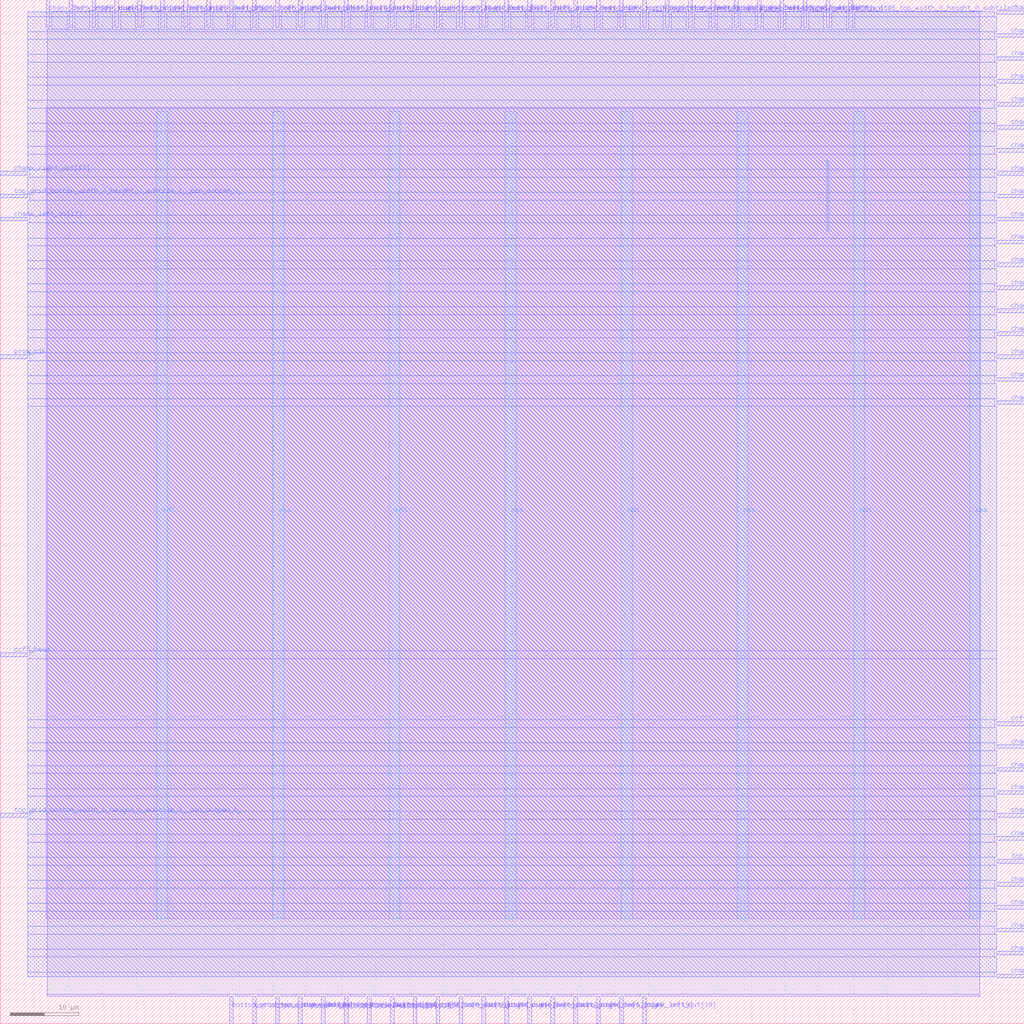
<source format=lef>
VERSION 5.7 ;
  NOWIREEXTENSIONATPIN ON ;
  DIVIDERCHAR "/" ;
  BUSBITCHARS "[]" ;
MACRO cbx_1__2_
  CLASS BLOCK ;
  FOREIGN cbx_1__2_ ;
  ORIGIN 0.000 0.000 ;
  SIZE 150.000 BY 150.000 ;
  PIN bottom_grid_top_width_0_height_0_subtile_0__pin_I_0_
    DIRECTION OUTPUT TRISTATE ;
    USE SIGNAL ;
    ANTENNADIFFAREA 0.360800 ;
    PORT
      LAYER Metal2 ;
        RECT 124.320 146.000 124.880 150.000 ;
    END
  END bottom_grid_top_width_0_height_0_subtile_0__pin_I_0_
  PIN bottom_grid_top_width_0_height_0_subtile_0__pin_I_4_
    DIRECTION OUTPUT TRISTATE ;
    USE SIGNAL ;
    ANTENNADIFFAREA 0.360800 ;
    PORT
      LAYER Metal2 ;
        RECT 33.600 0.000 34.160 4.000 ;
    END
  END bottom_grid_top_width_0_height_0_subtile_0__pin_I_4_
  PIN bottom_grid_top_width_0_height_0_subtile_0__pin_I_8_
    DIRECTION OUTPUT TRISTATE ;
    USE SIGNAL ;
    ANTENNADIFFAREA 0.360800 ;
    PORT
      LAYER Metal2 ;
        RECT 36.960 0.000 37.520 4.000 ;
    END
  END bottom_grid_top_width_0_height_0_subtile_0__pin_I_8_
  PIN ccff_head
    DIRECTION INPUT ;
    USE SIGNAL ;
    ANTENNAGATEAREA 0.741000 ;
    ANTENNADIFFAREA 0.410400 ;
    PORT
      LAYER Metal3 ;
        RECT 0.000 53.760 4.000 54.320 ;
    END
  END ccff_head
  PIN ccff_tail
    DIRECTION OUTPUT TRISTATE ;
    USE SIGNAL ;
    ANTENNADIFFAREA 2.080400 ;
    PORT
      LAYER Metal3 ;
        RECT 146.000 43.680 150.000 44.240 ;
    END
  END ccff_tail
  PIN chanx_left_in[0]
    DIRECTION INPUT ;
    USE SIGNAL ;
    ANTENNAGATEAREA 0.741000 ;
    ANTENNADIFFAREA 0.410400 ;
    PORT
      LAYER Metal2 ;
        RECT 6.720 146.000 7.280 150.000 ;
    END
  END chanx_left_in[0]
  PIN chanx_left_in[10]
    DIRECTION INPUT ;
    USE SIGNAL ;
    ANTENNAGATEAREA 0.741000 ;
    ANTENNADIFFAREA 0.410400 ;
    PORT
      LAYER Metal2 ;
        RECT 53.760 0.000 54.320 4.000 ;
    END
  END chanx_left_in[10]
  PIN chanx_left_in[11]
    DIRECTION INPUT ;
    USE SIGNAL ;
    ANTENNAGATEAREA 0.741000 ;
    ANTENNADIFFAREA 0.410400 ;
    PORT
      LAYER Metal3 ;
        RECT 146.000 104.160 150.000 104.720 ;
    END
  END chanx_left_in[11]
  PIN chanx_left_in[12]
    DIRECTION INPUT ;
    USE SIGNAL ;
    ANTENNAGATEAREA 0.741000 ;
    ANTENNADIFFAREA 0.410400 ;
    PORT
      LAYER Metal2 ;
        RECT 120.960 146.000 121.520 150.000 ;
    END
  END chanx_left_in[12]
  PIN chanx_left_in[13]
    DIRECTION INPUT ;
    USE SIGNAL ;
    ANTENNAGATEAREA 0.741000 ;
    ANTENNADIFFAREA 0.410400 ;
    PORT
      LAYER Metal2 ;
        RECT 43.680 146.000 44.240 150.000 ;
    END
  END chanx_left_in[13]
  PIN chanx_left_in[14]
    DIRECTION INPUT ;
    USE SIGNAL ;
    ANTENNAGATEAREA 0.741000 ;
    ANTENNADIFFAREA 0.410400 ;
    PORT
      LAYER Metal2 ;
        RECT 16.800 146.000 17.360 150.000 ;
    END
  END chanx_left_in[14]
  PIN chanx_left_in[15]
    DIRECTION INPUT ;
    USE SIGNAL ;
    ANTENNAGATEAREA 0.741000 ;
    ANTENNADIFFAREA 0.410400 ;
    PORT
      LAYER Metal2 ;
        RECT 77.280 146.000 77.840 150.000 ;
    END
  END chanx_left_in[15]
  PIN chanx_left_in[16]
    DIRECTION INPUT ;
    USE SIGNAL ;
    ANTENNAGATEAREA 0.741000 ;
    ANTENNADIFFAREA 0.410400 ;
    PORT
      LAYER Metal3 ;
        RECT 146.000 147.840 150.000 148.400 ;
    END
  END chanx_left_in[16]
  PIN chanx_left_in[17]
    DIRECTION INPUT ;
    USE SIGNAL ;
    ANTENNAGATEAREA 0.741000 ;
    ANTENNADIFFAREA 0.410400 ;
    PORT
      LAYER Metal3 ;
        RECT 0.000 117.600 4.000 118.160 ;
    END
  END chanx_left_in[17]
  PIN chanx_left_in[18]
    DIRECTION INPUT ;
    USE SIGNAL ;
    ANTENNAGATEAREA 0.741000 ;
    ANTENNADIFFAREA 0.410400 ;
    PORT
      LAYER Metal2 ;
        RECT 117.600 146.000 118.160 150.000 ;
    END
  END chanx_left_in[18]
  PIN chanx_left_in[19]
    DIRECTION INPUT ;
    USE SIGNAL ;
    ANTENNAGATEAREA 0.741000 ;
    ANTENNADIFFAREA 0.410400 ;
    PORT
      LAYER Metal2 ;
        RECT 36.960 146.000 37.520 150.000 ;
    END
  END chanx_left_in[19]
  PIN chanx_left_in[1]
    DIRECTION INPUT ;
    USE SIGNAL ;
    ANTENNAGATEAREA 0.741000 ;
    ANTENNADIFFAREA 0.410400 ;
    PORT
      LAYER Metal2 ;
        RECT 30.240 146.000 30.800 150.000 ;
    END
  END chanx_left_in[1]
  PIN chanx_left_in[2]
    DIRECTION INPUT ;
    USE SIGNAL ;
    ANTENNAGATEAREA 0.741000 ;
    ANTENNADIFFAREA 0.410400 ;
    PORT
      LAYER Metal2 ;
        RECT 23.520 146.000 24.080 150.000 ;
    END
  END chanx_left_in[2]
  PIN chanx_left_in[3]
    DIRECTION INPUT ;
    USE SIGNAL ;
    ANTENNAGATEAREA 0.741000 ;
    ANTENNADIFFAREA 0.410400 ;
    PORT
      LAYER Metal2 ;
        RECT 73.920 146.000 74.480 150.000 ;
    END
  END chanx_left_in[3]
  PIN chanx_left_in[4]
    DIRECTION INPUT ;
    USE SIGNAL ;
    ANTENNAGATEAREA 0.741000 ;
    ANTENNADIFFAREA 0.410400 ;
    PORT
      LAYER Metal2 ;
        RECT 87.360 0.000 87.920 4.000 ;
    END
  END chanx_left_in[4]
  PIN chanx_left_in[5]
    DIRECTION INPUT ;
    USE SIGNAL ;
    ANTENNAGATEAREA 0.741000 ;
    ANTENNADIFFAREA 0.410400 ;
    PORT
      LAYER Metal3 ;
        RECT 146.000 107.520 150.000 108.080 ;
    END
  END chanx_left_in[5]
  PIN chanx_left_in[6]
    DIRECTION INPUT ;
    USE SIGNAL ;
    ANTENNAGATEAREA 0.741000 ;
    ANTENNADIFFAREA 0.410400 ;
    PORT
      LAYER Metal3 ;
        RECT 146.000 6.720 150.000 7.280 ;
    END
  END chanx_left_in[6]
  PIN chanx_left_in[7]
    DIRECTION INPUT ;
    USE SIGNAL ;
    ANTENNAGATEAREA 0.741000 ;
    ANTENNADIFFAREA 0.410400 ;
    PORT
      LAYER Metal2 ;
        RECT 70.560 146.000 71.120 150.000 ;
    END
  END chanx_left_in[7]
  PIN chanx_left_in[8]
    DIRECTION INPUT ;
    USE SIGNAL ;
    ANTENNAGATEAREA 0.741000 ;
    ANTENNADIFFAREA 0.410400 ;
    PORT
      LAYER Metal3 ;
        RECT 146.000 141.120 150.000 141.680 ;
    END
  END chanx_left_in[8]
  PIN chanx_left_in[9]
    DIRECTION INPUT ;
    USE SIGNAL ;
    ANTENNAGATEAREA 0.741000 ;
    ANTENNADIFFAREA 0.410400 ;
    PORT
      LAYER Metal2 ;
        RECT 84.000 146.000 84.560 150.000 ;
    END
  END chanx_left_in[9]
  PIN chanx_left_out[0]
    DIRECTION OUTPUT TRISTATE ;
    USE SIGNAL ;
    ANTENNADIFFAREA 2.080400 ;
    PORT
      LAYER Metal2 ;
        RECT 80.640 0.000 81.200 4.000 ;
    END
  END chanx_left_out[0]
  PIN chanx_left_out[10]
    DIRECTION OUTPUT TRISTATE ;
    USE SIGNAL ;
    ANTENNADIFFAREA 1.986000 ;
    PORT
      LAYER Metal3 ;
        RECT 146.000 110.880 150.000 111.440 ;
    END
  END chanx_left_out[10]
  PIN chanx_left_out[11]
    DIRECTION OUTPUT TRISTATE ;
    USE SIGNAL ;
    ANTENNADIFFAREA 2.080400 ;
    PORT
      LAYER Metal2 ;
        RECT 43.680 0.000 44.240 4.000 ;
    END
  END chanx_left_out[11]
  PIN chanx_left_out[12]
    DIRECTION OUTPUT TRISTATE ;
    USE SIGNAL ;
    ANTENNADIFFAREA 2.080400 ;
    PORT
      LAYER Metal2 ;
        RECT 100.800 146.000 101.360 150.000 ;
    END
  END chanx_left_out[12]
  PIN chanx_left_out[13]
    DIRECTION OUTPUT TRISTATE ;
    USE SIGNAL ;
    ANTENNADIFFAREA 2.080400 ;
    PORT
      LAYER Metal3 ;
        RECT 146.000 36.960 150.000 37.520 ;
    END
  END chanx_left_out[13]
  PIN chanx_left_out[14]
    DIRECTION OUTPUT TRISTATE ;
    USE SIGNAL ;
    ANTENNADIFFAREA 2.080400 ;
    PORT
      LAYER Metal3 ;
        RECT 146.000 134.400 150.000 134.960 ;
    END
  END chanx_left_out[14]
  PIN chanx_left_out[15]
    DIRECTION OUTPUT TRISTATE ;
    USE SIGNAL ;
    ANTENNADIFFAREA 2.080400 ;
    PORT
      LAYER Metal2 ;
        RECT 63.840 0.000 64.400 4.000 ;
    END
  END chanx_left_out[15]
  PIN chanx_left_out[16]
    DIRECTION OUTPUT TRISTATE ;
    USE SIGNAL ;
    ANTENNADIFFAREA 1.986000 ;
    PORT
      LAYER Metal2 ;
        RECT 53.760 146.000 54.320 150.000 ;
    END
  END chanx_left_out[16]
  PIN chanx_left_out[17]
    DIRECTION OUTPUT TRISTATE ;
    USE SIGNAL ;
    ANTENNADIFFAREA 2.080400 ;
    PORT
      LAYER Metal2 ;
        RECT 77.280 0.000 77.840 4.000 ;
    END
  END chanx_left_out[17]
  PIN chanx_left_out[18]
    DIRECTION OUTPUT TRISTATE ;
    USE SIGNAL ;
    ANTENNADIFFAREA 2.080400 ;
    PORT
      LAYER Metal3 ;
        RECT 146.000 30.240 150.000 30.800 ;
    END
  END chanx_left_out[18]
  PIN chanx_left_out[19]
    DIRECTION OUTPUT TRISTATE ;
    USE SIGNAL ;
    ANTENNADIFFAREA 2.080400 ;
    PORT
      LAYER Metal2 ;
        RECT 94.080 0.000 94.640 4.000 ;
    END
  END chanx_left_out[19]
  PIN chanx_left_out[1]
    DIRECTION OUTPUT TRISTATE ;
    USE SIGNAL ;
    ANTENNADIFFAREA 2.080400 ;
    PORT
      LAYER Metal3 ;
        RECT 146.000 33.600 150.000 34.160 ;
    END
  END chanx_left_out[1]
  PIN chanx_left_out[2]
    DIRECTION OUTPUT TRISTATE ;
    USE SIGNAL ;
    ANTENNADIFFAREA 2.080400 ;
    PORT
      LAYER Metal3 ;
        RECT 146.000 40.320 150.000 40.880 ;
    END
  END chanx_left_out[2]
  PIN chanx_left_out[3]
    DIRECTION OUTPUT TRISTATE ;
    USE SIGNAL ;
    ANTENNADIFFAREA 1.986000 ;
    PORT
      LAYER Metal3 ;
        RECT 146.000 120.960 150.000 121.520 ;
    END
  END chanx_left_out[3]
  PIN chanx_left_out[4]
    DIRECTION OUTPUT TRISTATE ;
    USE SIGNAL ;
    ANTENNADIFFAREA 2.080400 ;
    PORT
      LAYER Metal2 ;
        RECT 110.880 146.000 111.440 150.000 ;
    END
  END chanx_left_out[4]
  PIN chanx_left_out[5]
    DIRECTION OUTPUT TRISTATE ;
    USE SIGNAL ;
    ANTENNADIFFAREA 2.080400 ;
    PORT
      LAYER Metal2 ;
        RECT 50.400 146.000 50.960 150.000 ;
    END
  END chanx_left_out[5]
  PIN chanx_left_out[6]
    DIRECTION OUTPUT TRISTATE ;
    USE SIGNAL ;
    ANTENNADIFFAREA 1.986000 ;
    PORT
      LAYER Metal3 ;
        RECT 146.000 100.800 150.000 101.360 ;
    END
  END chanx_left_out[6]
  PIN chanx_left_out[7]
    DIRECTION OUTPUT TRISTATE ;
    USE SIGNAL ;
    ANTENNADIFFAREA 2.080400 ;
    PORT
      LAYER Metal3 ;
        RECT 146.000 144.480 150.000 145.040 ;
    END
  END chanx_left_out[7]
  PIN chanx_left_out[8]
    DIRECTION OUTPUT TRISTATE ;
    USE SIGNAL ;
    ANTENNADIFFAREA 2.080400 ;
    PORT
      LAYER Metal2 ;
        RECT 67.200 0.000 67.760 4.000 ;
    END
  END chanx_left_out[8]
  PIN chanx_left_out[9]
    DIRECTION OUTPUT TRISTATE ;
    USE SIGNAL ;
    ANTENNADIFFAREA 2.080400 ;
    PORT
      LAYER Metal2 ;
        RECT 47.040 146.000 47.600 150.000 ;
    END
  END chanx_left_out[9]
  PIN chanx_right_in[0]
    DIRECTION INPUT ;
    USE SIGNAL ;
    ANTENNAGATEAREA 0.741000 ;
    ANTENNADIFFAREA 0.410400 ;
    PORT
      LAYER Metal2 ;
        RECT 73.920 0.000 74.480 4.000 ;
    END
  END chanx_right_in[0]
  PIN chanx_right_in[10]
    DIRECTION INPUT ;
    USE SIGNAL ;
    ANTENNAGATEAREA 0.741000 ;
    ANTENNADIFFAREA 0.410400 ;
    PORT
      LAYER Metal3 ;
        RECT 146.000 114.240 150.000 114.800 ;
    END
  END chanx_right_in[10]
  PIN chanx_right_in[11]
    DIRECTION INPUT ;
    USE SIGNAL ;
    ANTENNAGATEAREA 0.741000 ;
    ANTENNADIFFAREA 0.410400 ;
    PORT
      LAYER Metal2 ;
        RECT 50.400 0.000 50.960 4.000 ;
    END
  END chanx_right_in[11]
  PIN chanx_right_in[12]
    DIRECTION INPUT ;
    USE SIGNAL ;
    ANTENNAGATEAREA 0.741000 ;
    ANTENNADIFFAREA 0.410400 ;
    PORT
      LAYER Metal2 ;
        RECT 97.440 146.000 98.000 150.000 ;
    END
  END chanx_right_in[12]
  PIN chanx_right_in[13]
    DIRECTION INPUT ;
    USE SIGNAL ;
    ANTENNAGATEAREA 0.741000 ;
    ANTENNADIFFAREA 0.410400 ;
    PORT
      LAYER Metal3 ;
        RECT 146.000 20.160 150.000 20.720 ;
    END
  END chanx_right_in[13]
  PIN chanx_right_in[14]
    DIRECTION INPUT ;
    USE SIGNAL ;
    ANTENNAGATEAREA 0.741000 ;
    ANTENNADIFFAREA 0.410400 ;
    PORT
      LAYER Metal3 ;
        RECT 146.000 97.440 150.000 98.000 ;
    END
  END chanx_right_in[14]
  PIN chanx_right_in[15]
    DIRECTION INPUT ;
    USE SIGNAL ;
    ANTENNAGATEAREA 0.741000 ;
    ANTENNADIFFAREA 0.410400 ;
    PORT
      LAYER Metal2 ;
        RECT 57.120 0.000 57.680 4.000 ;
    END
  END chanx_right_in[15]
  PIN chanx_right_in[16]
    DIRECTION INPUT ;
    USE SIGNAL ;
    ANTENNAGATEAREA 0.741000 ;
    ANTENNADIFFAREA 0.410400 ;
    PORT
      LAYER Metal2 ;
        RECT 20.160 146.000 20.720 150.000 ;
    END
  END chanx_right_in[16]
  PIN chanx_right_in[17]
    DIRECTION INPUT ;
    USE SIGNAL ;
    ANTENNAGATEAREA 0.741000 ;
    ANTENNADIFFAREA 0.410400 ;
    PORT
      LAYER Metal2 ;
        RECT 84.000 0.000 84.560 4.000 ;
    END
  END chanx_right_in[17]
  PIN chanx_right_in[18]
    DIRECTION INPUT ;
    USE SIGNAL ;
    ANTENNAGATEAREA 0.741000 ;
    ANTENNADIFFAREA 0.410400 ;
    PORT
      LAYER Metal3 ;
        RECT 146.000 16.800 150.000 17.360 ;
    END
  END chanx_right_in[18]
  PIN chanx_right_in[19]
    DIRECTION INPUT ;
    USE SIGNAL ;
    ANTENNAGATEAREA 0.741000 ;
    ANTENNADIFFAREA 0.410400 ;
    PORT
      LAYER Metal2 ;
        RECT 90.720 0.000 91.280 4.000 ;
    END
  END chanx_right_in[19]
  PIN chanx_right_in[1]
    DIRECTION INPUT ;
    USE SIGNAL ;
    ANTENNAGATEAREA 0.741000 ;
    ANTENNADIFFAREA 0.410400 ;
    PORT
      LAYER Metal3 ;
        RECT 146.000 13.440 150.000 14.000 ;
    END
  END chanx_right_in[1]
  PIN chanx_right_in[2]
    DIRECTION INPUT ;
    USE SIGNAL ;
    ANTENNAGATEAREA 0.741000 ;
    ANTENNADIFFAREA 0.410400 ;
    PORT
      LAYER Metal3 ;
        RECT 146.000 10.080 150.000 10.640 ;
    END
  END chanx_right_in[2]
  PIN chanx_right_in[3]
    DIRECTION INPUT ;
    USE SIGNAL ;
    ANTENNAGATEAREA 0.741000 ;
    ANTENNADIFFAREA 0.410400 ;
    PORT
      LAYER Metal3 ;
        RECT 146.000 117.600 150.000 118.160 ;
    END
  END chanx_right_in[3]
  PIN chanx_right_in[4]
    DIRECTION INPUT ;
    USE SIGNAL ;
    ANTENNAGATEAREA 0.741000 ;
    ANTENNADIFFAREA 0.410400 ;
    PORT
      LAYER Metal2 ;
        RECT 104.160 146.000 104.720 150.000 ;
    END
  END chanx_right_in[4]
  PIN chanx_right_in[5]
    DIRECTION INPUT ;
    USE SIGNAL ;
    ANTENNAGATEAREA 0.741000 ;
    ANTENNADIFFAREA 0.410400 ;
    PORT
      LAYER Metal2 ;
        RECT 33.600 146.000 34.160 150.000 ;
    END
  END chanx_right_in[5]
  PIN chanx_right_in[6]
    DIRECTION INPUT ;
    USE SIGNAL ;
    ANTENNAGATEAREA 0.741000 ;
    ANTENNADIFFAREA 0.410400 ;
    PORT
      LAYER Metal3 ;
        RECT 146.000 94.080 150.000 94.640 ;
    END
  END chanx_right_in[6]
  PIN chanx_right_in[7]
    DIRECTION INPUT ;
    USE SIGNAL ;
    ANTENNAGATEAREA 0.741000 ;
    ANTENNADIFFAREA 0.410400 ;
    PORT
      LAYER Metal3 ;
        RECT 146.000 90.720 150.000 91.280 ;
    END
  END chanx_right_in[7]
  PIN chanx_right_in[8]
    DIRECTION INPUT ;
    USE SIGNAL ;
    ANTENNAGATEAREA 0.741000 ;
    ANTENNADIFFAREA 0.410400 ;
    PORT
      LAYER Metal2 ;
        RECT 60.480 0.000 61.040 4.000 ;
    END
  END chanx_right_in[8]
  PIN chanx_right_in[9]
    DIRECTION INPUT ;
    USE SIGNAL ;
    ANTENNAGATEAREA 0.741000 ;
    ANTENNADIFFAREA 0.410400 ;
    PORT
      LAYER Metal2 ;
        RECT 13.440 146.000 14.000 150.000 ;
    END
  END chanx_right_in[9]
  PIN chanx_right_out[0]
    DIRECTION OUTPUT TRISTATE ;
    USE SIGNAL ;
    ANTENNADIFFAREA 2.080400 ;
    PORT
      LAYER Metal2 ;
        RECT 57.120 146.000 57.680 150.000 ;
    END
  END chanx_right_out[0]
  PIN chanx_right_out[10]
    DIRECTION OUTPUT TRISTATE ;
    USE SIGNAL ;
    ANTENNADIFFAREA 2.080400 ;
    PORT
      LAYER Metal2 ;
        RECT 40.320 0.000 40.880 4.000 ;
    END
  END chanx_right_out[10]
  PIN chanx_right_out[11]
    DIRECTION OUTPUT TRISTATE ;
    USE SIGNAL ;
    ANTENNADIFFAREA 2.080400 ;
    PORT
      LAYER Metal3 ;
        RECT 146.000 131.040 150.000 131.600 ;
    END
  END chanx_right_out[11]
  PIN chanx_right_out[12]
    DIRECTION OUTPUT TRISTATE ;
    USE SIGNAL ;
    ANTENNADIFFAREA 2.080400 ;
    PORT
      LAYER Metal2 ;
        RECT 107.520 146.000 108.080 150.000 ;
    END
  END chanx_right_out[12]
  PIN chanx_right_out[13]
    DIRECTION OUTPUT TRISTATE ;
    USE SIGNAL ;
    ANTENNADIFFAREA 1.986000 ;
    PORT
      LAYER Metal2 ;
        RECT 60.480 146.000 61.040 150.000 ;
    END
  END chanx_right_out[13]
  PIN chanx_right_out[14]
    DIRECTION OUTPUT TRISTATE ;
    USE SIGNAL ;
    ANTENNADIFFAREA 1.986000 ;
    PORT
      LAYER Metal2 ;
        RECT 40.320 146.000 40.880 150.000 ;
    END
  END chanx_right_out[14]
  PIN chanx_right_out[15]
    DIRECTION OUTPUT TRISTATE ;
    USE SIGNAL ;
    ANTENNADIFFAREA 2.080400 ;
    PORT
      LAYER Metal2 ;
        RECT 90.720 146.000 91.280 150.000 ;
    END
  END chanx_right_out[15]
  PIN chanx_right_out[16]
    DIRECTION OUTPUT TRISTATE ;
    USE SIGNAL ;
    ANTENNADIFFAREA 2.080400 ;
    PORT
      LAYER Metal3 ;
        RECT 146.000 124.320 150.000 124.880 ;
    END
  END chanx_right_out[16]
  PIN chanx_right_out[17]
    DIRECTION OUTPUT TRISTATE ;
    USE SIGNAL ;
    ANTENNADIFFAREA 2.080400 ;
    PORT
      LAYER Metal3 ;
        RECT 0.000 124.320 4.000 124.880 ;
    END
  END chanx_right_out[17]
  PIN chanx_right_out[18]
    DIRECTION OUTPUT TRISTATE ;
    USE SIGNAL ;
    ANTENNADIFFAREA 2.080400 ;
    PORT
      LAYER Metal2 ;
        RECT 114.240 146.000 114.800 150.000 ;
    END
  END chanx_right_out[18]
  PIN chanx_right_out[19]
    DIRECTION OUTPUT TRISTATE ;
    USE SIGNAL ;
    ANTENNADIFFAREA 1.986000 ;
    PORT
      LAYER Metal2 ;
        RECT 26.880 146.000 27.440 150.000 ;
    END
  END chanx_right_out[19]
  PIN chanx_right_out[1]
    DIRECTION OUTPUT TRISTATE ;
    USE SIGNAL ;
    ANTENNADIFFAREA 1.986000 ;
    PORT
      LAYER Metal2 ;
        RECT 10.080 146.000 10.640 150.000 ;
    END
  END chanx_right_out[1]
  PIN chanx_right_out[2]
    DIRECTION OUTPUT TRISTATE ;
    USE SIGNAL ;
    ANTENNADIFFAREA 2.080400 ;
    PORT
      LAYER Metal2 ;
        RECT 63.840 146.000 64.400 150.000 ;
    END
  END chanx_right_out[2]
  PIN chanx_right_out[3]
    DIRECTION OUTPUT TRISTATE ;
    USE SIGNAL ;
    ANTENNADIFFAREA 2.080400 ;
    PORT
      LAYER Metal2 ;
        RECT 80.640 146.000 81.200 150.000 ;
    END
  END chanx_right_out[3]
  PIN chanx_right_out[4]
    DIRECTION OUTPUT TRISTATE ;
    USE SIGNAL ;
    ANTENNADIFFAREA 2.080400 ;
    PORT
      LAYER Metal2 ;
        RECT 70.560 0.000 71.120 4.000 ;
    END
  END chanx_right_out[4]
  PIN chanx_right_out[5]
    DIRECTION OUTPUT TRISTATE ;
    USE SIGNAL ;
    ANTENNADIFFAREA 2.080400 ;
    PORT
      LAYER Metal3 ;
        RECT 146.000 137.760 150.000 138.320 ;
    END
  END chanx_right_out[5]
  PIN chanx_right_out[6]
    DIRECTION OUTPUT TRISTATE ;
    USE SIGNAL ;
    ANTENNADIFFAREA 2.080400 ;
    PORT
      LAYER Metal3 ;
        RECT 146.000 26.880 150.000 27.440 ;
    END
  END chanx_right_out[6]
  PIN chanx_right_out[7]
    DIRECTION OUTPUT TRISTATE ;
    USE SIGNAL ;
    ANTENNADIFFAREA 2.080400 ;
    PORT
      LAYER Metal2 ;
        RECT 67.200 146.000 67.760 150.000 ;
    END
  END chanx_right_out[7]
  PIN chanx_right_out[8]
    DIRECTION OUTPUT TRISTATE ;
    USE SIGNAL ;
    ANTENNADIFFAREA 1.986000 ;
    PORT
      LAYER Metal3 ;
        RECT 146.000 127.680 150.000 128.240 ;
    END
  END chanx_right_out[8]
  PIN chanx_right_out[9]
    DIRECTION OUTPUT TRISTATE ;
    USE SIGNAL ;
    ANTENNADIFFAREA 2.080400 ;
    PORT
      LAYER Metal2 ;
        RECT 87.360 146.000 87.920 150.000 ;
    END
  END chanx_right_out[9]
  PIN pReset
    DIRECTION INPUT ;
    USE SIGNAL ;
    ANTENNAGATEAREA 0.498500 ;
    ANTENNADIFFAREA 0.410400 ;
    PORT
      LAYER Metal2 ;
        RECT 47.040 0.000 47.600 4.000 ;
    END
  END pReset
  PIN prog_clk
    DIRECTION INPUT ;
    USE SIGNAL ;
    ANTENNAGATEAREA 4.738000 ;
    ANTENNADIFFAREA 0.410400 ;
    PORT
      LAYER Metal3 ;
        RECT 0.000 97.440 4.000 98.000 ;
    END
  END prog_clk
  PIN top_grid_bottom_width_0_height_0_subtile_0__pin_outpad_0_
    DIRECTION OUTPUT TRISTATE ;
    USE SIGNAL ;
    ANTENNADIFFAREA 0.360800 ;
    PORT
      LAYER Metal3 ;
        RECT 146.000 23.520 150.000 24.080 ;
    END
  END top_grid_bottom_width_0_height_0_subtile_0__pin_outpad_0_
  PIN top_grid_bottom_width_0_height_0_subtile_1__pin_outpad_0_
    DIRECTION OUTPUT TRISTATE ;
    USE SIGNAL ;
    ANTENNADIFFAREA 0.360800 ;
    PORT
      LAYER Metal3 ;
        RECT 0.000 120.960 4.000 121.520 ;
    END
  END top_grid_bottom_width_0_height_0_subtile_1__pin_outpad_0_
  PIN top_grid_bottom_width_0_height_0_subtile_2__pin_outpad_0_
    DIRECTION OUTPUT TRISTATE ;
    USE SIGNAL ;
    ANTENNADIFFAREA 0.360800 ;
    PORT
      LAYER Metal2 ;
        RECT 94.080 146.000 94.640 150.000 ;
    END
  END top_grid_bottom_width_0_height_0_subtile_2__pin_outpad_0_
  PIN top_grid_bottom_width_0_height_0_subtile_3__pin_outpad_0_
    DIRECTION OUTPUT TRISTATE ;
    USE SIGNAL ;
    ANTENNADIFFAREA 0.360800 ;
    PORT
      LAYER Metal3 ;
        RECT 0.000 30.240 4.000 30.800 ;
    END
  END top_grid_bottom_width_0_height_0_subtile_3__pin_outpad_0_
  PIN vdd
    DIRECTION INOUT ;
    USE POWER ;
    PORT
      LAYER Metal4 ;
        RECT 22.930 15.380 24.530 133.580 ;
    END
    PORT
      LAYER Metal4 ;
        RECT 56.950 15.380 58.550 133.580 ;
    END
    PORT
      LAYER Metal4 ;
        RECT 90.970 15.380 92.570 133.580 ;
    END
    PORT
      LAYER Metal4 ;
        RECT 124.990 15.380 126.590 133.580 ;
    END
  END vdd
  PIN vss
    DIRECTION INOUT ;
    USE GROUND ;
    PORT
      LAYER Metal4 ;
        RECT 39.940 15.380 41.540 133.580 ;
    END
    PORT
      LAYER Metal4 ;
        RECT 73.960 15.380 75.560 133.580 ;
    END
    PORT
      LAYER Metal4 ;
        RECT 107.980 15.380 109.580 133.580 ;
    END
    PORT
      LAYER Metal4 ;
        RECT 142.000 15.380 143.600 133.580 ;
    END
  END vss
  OBS
      LAYER Metal1 ;
        RECT 6.720 15.380 143.600 134.250 ;
      LAYER Metal2 ;
        RECT 7.580 145.700 9.780 148.310 ;
        RECT 10.940 145.700 13.140 148.310 ;
        RECT 14.300 145.700 16.500 148.310 ;
        RECT 17.660 145.700 19.860 148.310 ;
        RECT 21.020 145.700 23.220 148.310 ;
        RECT 24.380 145.700 26.580 148.310 ;
        RECT 27.740 145.700 29.940 148.310 ;
        RECT 31.100 145.700 33.300 148.310 ;
        RECT 34.460 145.700 36.660 148.310 ;
        RECT 37.820 145.700 40.020 148.310 ;
        RECT 41.180 145.700 43.380 148.310 ;
        RECT 44.540 145.700 46.740 148.310 ;
        RECT 47.900 145.700 50.100 148.310 ;
        RECT 51.260 145.700 53.460 148.310 ;
        RECT 54.620 145.700 56.820 148.310 ;
        RECT 57.980 145.700 60.180 148.310 ;
        RECT 61.340 145.700 63.540 148.310 ;
        RECT 64.700 145.700 66.900 148.310 ;
        RECT 68.060 145.700 70.260 148.310 ;
        RECT 71.420 145.700 73.620 148.310 ;
        RECT 74.780 145.700 76.980 148.310 ;
        RECT 78.140 145.700 80.340 148.310 ;
        RECT 81.500 145.700 83.700 148.310 ;
        RECT 84.860 145.700 87.060 148.310 ;
        RECT 88.220 145.700 90.420 148.310 ;
        RECT 91.580 145.700 93.780 148.310 ;
        RECT 94.940 145.700 97.140 148.310 ;
        RECT 98.300 145.700 100.500 148.310 ;
        RECT 101.660 145.700 103.860 148.310 ;
        RECT 105.020 145.700 107.220 148.310 ;
        RECT 108.380 145.700 110.580 148.310 ;
        RECT 111.740 145.700 113.940 148.310 ;
        RECT 115.100 145.700 117.300 148.310 ;
        RECT 118.460 145.700 120.660 148.310 ;
        RECT 121.820 145.700 124.020 148.310 ;
        RECT 125.180 145.700 143.460 148.310 ;
        RECT 6.860 4.300 143.460 145.700 ;
        RECT 6.860 4.000 33.300 4.300 ;
        RECT 34.460 4.000 36.660 4.300 ;
        RECT 37.820 4.000 40.020 4.300 ;
        RECT 41.180 4.000 43.380 4.300 ;
        RECT 44.540 4.000 46.740 4.300 ;
        RECT 47.900 4.000 50.100 4.300 ;
        RECT 51.260 4.000 53.460 4.300 ;
        RECT 54.620 4.000 56.820 4.300 ;
        RECT 57.980 4.000 60.180 4.300 ;
        RECT 61.340 4.000 63.540 4.300 ;
        RECT 64.700 4.000 66.900 4.300 ;
        RECT 68.060 4.000 70.260 4.300 ;
        RECT 71.420 4.000 73.620 4.300 ;
        RECT 74.780 4.000 76.980 4.300 ;
        RECT 78.140 4.000 80.340 4.300 ;
        RECT 81.500 4.000 83.700 4.300 ;
        RECT 84.860 4.000 87.060 4.300 ;
        RECT 88.220 4.000 90.420 4.300 ;
        RECT 91.580 4.000 93.780 4.300 ;
        RECT 94.940 4.000 143.460 4.300 ;
      LAYER Metal3 ;
        RECT 4.000 147.540 145.700 148.260 ;
        RECT 4.000 145.340 146.000 147.540 ;
        RECT 4.000 144.180 145.700 145.340 ;
        RECT 4.000 141.980 146.000 144.180 ;
        RECT 4.000 140.820 145.700 141.980 ;
        RECT 4.000 138.620 146.000 140.820 ;
        RECT 4.000 137.460 145.700 138.620 ;
        RECT 4.000 135.260 146.000 137.460 ;
        RECT 4.000 134.100 145.700 135.260 ;
        RECT 4.000 131.900 146.000 134.100 ;
        RECT 4.000 130.740 145.700 131.900 ;
        RECT 4.000 128.540 146.000 130.740 ;
        RECT 4.000 127.380 145.700 128.540 ;
        RECT 4.000 125.180 146.000 127.380 ;
        RECT 4.300 124.020 145.700 125.180 ;
        RECT 4.000 121.820 146.000 124.020 ;
        RECT 4.300 120.660 145.700 121.820 ;
        RECT 4.000 118.460 146.000 120.660 ;
        RECT 4.300 117.300 145.700 118.460 ;
        RECT 4.000 115.100 146.000 117.300 ;
        RECT 4.000 113.940 145.700 115.100 ;
        RECT 4.000 111.740 146.000 113.940 ;
        RECT 4.000 110.580 145.700 111.740 ;
        RECT 4.000 108.380 146.000 110.580 ;
        RECT 4.000 107.220 145.700 108.380 ;
        RECT 4.000 105.020 146.000 107.220 ;
        RECT 4.000 103.860 145.700 105.020 ;
        RECT 4.000 101.660 146.000 103.860 ;
        RECT 4.000 100.500 145.700 101.660 ;
        RECT 4.000 98.300 146.000 100.500 ;
        RECT 4.300 97.140 145.700 98.300 ;
        RECT 4.000 94.940 146.000 97.140 ;
        RECT 4.000 93.780 145.700 94.940 ;
        RECT 4.000 91.580 146.000 93.780 ;
        RECT 4.000 90.420 145.700 91.580 ;
        RECT 4.000 54.620 146.000 90.420 ;
        RECT 4.300 53.460 146.000 54.620 ;
        RECT 4.000 44.540 146.000 53.460 ;
        RECT 4.000 43.380 145.700 44.540 ;
        RECT 4.000 41.180 146.000 43.380 ;
        RECT 4.000 40.020 145.700 41.180 ;
        RECT 4.000 37.820 146.000 40.020 ;
        RECT 4.000 36.660 145.700 37.820 ;
        RECT 4.000 34.460 146.000 36.660 ;
        RECT 4.000 33.300 145.700 34.460 ;
        RECT 4.000 31.100 146.000 33.300 ;
        RECT 4.300 29.940 145.700 31.100 ;
        RECT 4.000 27.740 146.000 29.940 ;
        RECT 4.000 26.580 145.700 27.740 ;
        RECT 4.000 24.380 146.000 26.580 ;
        RECT 4.000 23.220 145.700 24.380 ;
        RECT 4.000 21.020 146.000 23.220 ;
        RECT 4.000 19.860 145.700 21.020 ;
        RECT 4.000 17.660 146.000 19.860 ;
        RECT 4.000 16.500 145.700 17.660 ;
        RECT 4.000 14.300 146.000 16.500 ;
        RECT 4.000 13.140 145.700 14.300 ;
        RECT 4.000 10.940 146.000 13.140 ;
        RECT 4.000 9.780 145.700 10.940 ;
        RECT 4.000 7.580 146.000 9.780 ;
        RECT 4.000 6.860 145.700 7.580 ;
      LAYER Metal4 ;
        RECT 121.100 116.010 121.380 126.470 ;
  END
END cbx_1__2_
END LIBRARY


</source>
